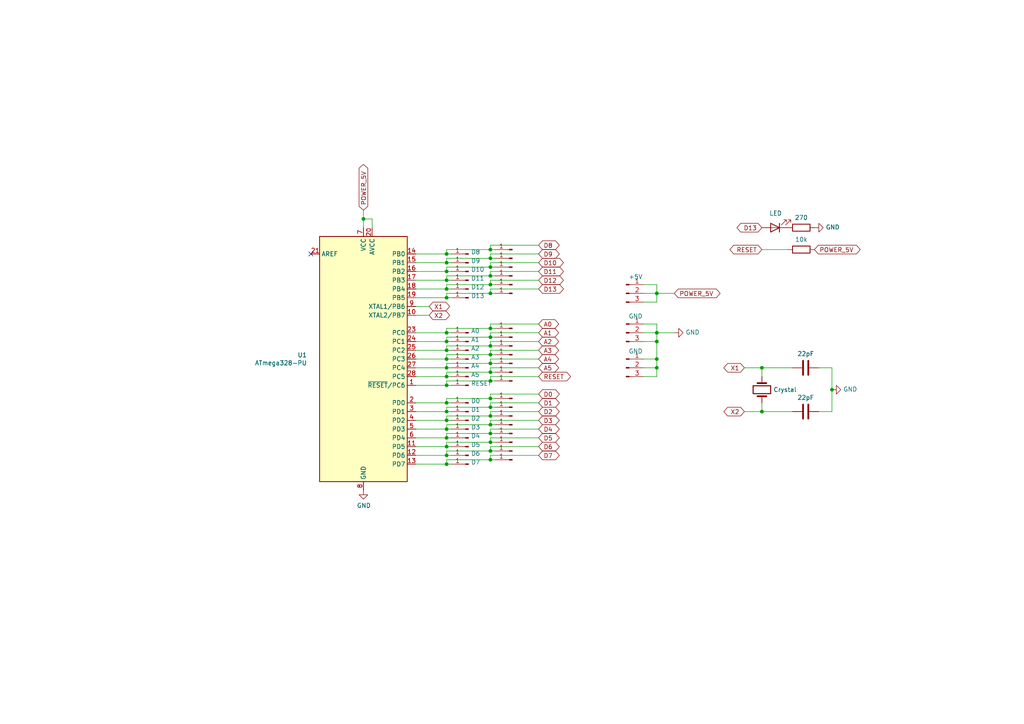
<source format=kicad_sch>
(kicad_sch (version 20230121) (generator eeschema)
  (paper "A4")
  (lib_symbols
    (symbol "Arduino_V1.0-rescue:ATmega328-PU-MCU_Microchip_ATmega"
      (property "Reference" "U" (at -12.7 36.83 0))
      (property "Value" "MCU_Microchip_ATmega_ATmega328-PU" (at 2.54 -36.83 0))
      (symbol "ATmega328-PU-MCU_Microchip_ATmega_0_1"
        (rectangle (start -12.7 -35.56) (end 12.7 35.56) (stroke (width 0.254)) (fill (type background)))
      )
      (symbol "ATmega328-PU-MCU_Microchip_ATmega_1_1"
        (pin bidirectional line (at 15.24 -7.62 180) (length 2.54) (name "~{RESET}/PC6") (number "1"))
        (pin bidirectional line (at 15.24 12.7 180) (length 2.54) (name "XTAL2/PB7") (number "10"))
        (pin bidirectional line (at 15.24 -25.4 180) (length 2.54) (name "PD5") (number "11"))
        (pin bidirectional line (at 15.24 -27.94 180) (length 2.54) (name "PD6") (number "12"))
        (pin bidirectional line (at 15.24 -30.48 180) (length 2.54) (name "PD7") (number "13"))
        (pin bidirectional line (at 15.24 30.48 180) (length 2.54) (name "PB0") (number "14"))
        (pin bidirectional line (at 15.24 27.94 180) (length 2.54) (name "PB1") (number "15"))
        (pin bidirectional line (at 15.24 25.4 180) (length 2.54) (name "PB2") (number "16"))
        (pin bidirectional line (at 15.24 22.86 180) (length 2.54) (name "PB3") (number "17"))
        (pin bidirectional line (at 15.24 20.32 180) (length 2.54) (name "PB4") (number "18"))
        (pin bidirectional line (at 15.24 17.78 180) (length 2.54) (name "PB5") (number "19"))
        (pin bidirectional line (at 15.24 -12.7 180) (length 2.54) (name "PD0") (number "2"))
        (pin power_in line (at 2.54 38.1 270) (length 2.54) (name "AVCC") (number "20"))
        (pin passive line (at -15.24 30.48 0) (length 2.54) (name "AREF") (number "21"))
        (pin passive line (at 0 -38.1 90) (length 2.54) hide (name "GND") (number "22"))
        (pin bidirectional line (at 15.24 7.62 180) (length 2.54) (name "PC0") (number "23"))
        (pin bidirectional line (at 15.24 5.08 180) (length 2.54) (name "PC1") (number "24"))
        (pin bidirectional line (at 15.24 2.54 180) (length 2.54) (name "PC2") (number "25"))
        (pin bidirectional line (at 15.24 0 180) (length 2.54) (name "PC3") (number "26"))
        (pin bidirectional line (at 15.24 -2.54 180) (length 2.54) (name "PC4") (number "27"))
        (pin bidirectional line (at 15.24 -5.08 180) (length 2.54) (name "PC5") (number "28"))
        (pin bidirectional line (at 15.24 -15.24 180) (length 2.54) (name "PD1") (number "3"))
        (pin bidirectional line (at 15.24 -17.78 180) (length 2.54) (name "PD2") (number "4"))
        (pin bidirectional line (at 15.24 -20.32 180) (length 2.54) (name "PD3") (number "5"))
        (pin bidirectional line (at 15.24 -22.86 180) (length 2.54) (name "PD4") (number "6"))
        (pin power_in line (at 0 38.1 270) (length 2.54) (name "VCC") (number "7"))
        (pin power_in line (at 0 -38.1 90) (length 2.54) (name "GND") (number "8"))
        (pin bidirectional line (at 15.24 15.24 180) (length 2.54) (name "XTAL1/PB6") (number "9"))
      )
    )
    (symbol "Arduino_V1.0-rescue:Conn_01x01_Male-Connector" (pin_names (offset 1.016) hide)
      (property "Reference" "J" (at 0 2.54 0))
      (property "Value" "Connector_Conn_01x01_Male" (at 0 -2.54 0))
      (symbol "Conn_01x01_Male-Connector_1_1"
        (polyline (pts (xy 1.27 0) (xy 0.8636 0)) (stroke (width 0.1524)))
        (rectangle (start 0.8636 0.127) (end 0 -0.127) (stroke (width 0.1524)) (fill (type outline)))
        (pin passive line (at 5.08 0 180) (length 3.81) (name "Pin_1") (number "1"))
      )
    )
    (symbol "Arduino_V1.0-rescue:Conn_01x03_Male-Connector" (pin_names (offset 1.016) hide)
      (property "Reference" "J" (at 0 5.08 0))
      (property "Value" "Connector_Conn_01x03_Male" (at 0 -5.08 0))
      (symbol "Conn_01x03_Male-Connector_1_1"
        (polyline (pts (xy 1.27 -2.54) (xy 0.8636 -2.54)) (stroke (width 0.1524)))
        (polyline (pts (xy 1.27 0) (xy 0.8636 0)) (stroke (width 0.1524)))
        (polyline (pts (xy 1.27 2.54) (xy 0.8636 2.54)) (stroke (width 0.1524)))
        (rectangle (start 0.8636 -2.413) (end 0 -2.667) (stroke (width 0.1524)) (fill (type outline)))
        (rectangle (start 0.8636 0.127) (end 0 -0.127) (stroke (width 0.1524)) (fill (type outline)))
        (rectangle (start 0.8636 2.667) (end 0 2.413) (stroke (width 0.1524)) (fill (type outline)))
        (pin passive line (at 5.08 2.54 180) (length 3.81) (name "Pin_1") (number "1"))
        (pin passive line (at 5.08 0 180) (length 3.81) (name "Pin_2") (number "2"))
        (pin passive line (at 5.08 -2.54 180) (length 3.81) (name "Pin_3") (number "3"))
      )
    )
    (symbol "Device:C" (pin_numbers hide) (pin_names (offset 0.254))
      (property "Reference" "C" (at 0.635 2.54 0))
      (property "Value" "C" (at 0.635 -2.54 0))
      (symbol "C_0_1"
        (polyline (pts (xy -2.032 -0.762) (xy 2.032 -0.762)) (stroke (width 0.508)))
        (polyline (pts (xy -2.032 0.762) (xy 2.032 0.762)) (stroke (width 0.508)))
      )
      (symbol "C_1_1"
        (pin passive line (at 0 3.81 270) (length 2.794) (name "~") (number "1"))
        (pin passive line (at 0 -3.81 90) (length 2.794) (name "~") (number "2"))
      )
    )
    (symbol "Device:Crystal" (pin_numbers hide) (pin_names (offset 1.016) hide)
      (property "Reference" "Y" (at 0 3.81 0))
      (property "Value" "Crystal" (at 0 -3.81 0))
      (symbol "Crystal_0_1"
        (rectangle (start -1.143 2.54) (end 1.143 -2.54) (stroke (width 0.3048)))
        (polyline (pts (xy -2.54 0) (xy -1.905 0)))
        (polyline (pts (xy -1.905 -1.27) (xy -1.905 1.27)) (stroke (width 0.508)))
        (polyline (pts (xy 1.905 -1.27) (xy 1.905 1.27)) (stroke (width 0.508)))
        (polyline (pts (xy 2.54 0) (xy 1.905 0)))
      )
      (symbol "Crystal_1_1"
        (pin passive line (at -3.81 0 0) (length 1.27) (name "1") (number "1"))
        (pin passive line (at 3.81 0 180) (length 1.27) (name "2") (number "2"))
      )
    )
    (symbol "Device:LED" (pin_numbers hide) (pin_names (offset 1.016) hide)
      (property "Reference" "D" (at 0 2.54 0))
      (property "Value" "LED" (at 0 -2.54 0))
      (symbol "LED_0_1"
        (polyline (pts (xy -1.27 -1.27) (xy -1.27 1.27)) (stroke (width 0.254)))
        (polyline (pts (xy -1.27 0) (xy 1.27 0)))
        (polyline (pts (xy 1.27 -1.27) (xy 1.27 1.27) (xy -1.27 0) (xy 1.27 -1.27)) (stroke (width 0.254)))
        (polyline (pts (xy -3.048 -0.762) (xy -4.572 -2.286) (xy -3.81 -2.286) (xy -4.572 -2.286) (xy -4.572 -1.524)))
        (polyline (pts (xy -1.778 -0.762) (xy -3.302 -2.286) (xy -2.54 -2.286) (xy -3.302 -2.286) (xy -3.302 -1.524)))
      )
      (symbol "LED_1_1"
        (pin passive line (at -3.81 0 0) (length 2.54) (name "K") (number "1"))
        (pin passive line (at 3.81 0 180) (length 2.54) (name "A") (number "2"))
      )
    )
    (symbol "Device:R" (pin_numbers hide) (pin_names (offset 0))
      (property "Reference" "R" (at 2.032 0 90))
      (property "Value" "R" (at 0 0 90))
      (symbol "R_0_1"
        (rectangle (start -1.016 -2.54) (end 1.016 2.54) (stroke (width 0.254)))
      )
      (symbol "R_1_1"
        (pin passive line (at 0 3.81 270) (length 1.27) (name "~") (number "1"))
        (pin passive line (at 0 -3.81 90) (length 1.27) (name "~") (number "2"))
      )
    )
    (symbol "power:GND" (power) (pin_names (offset 0))
      (property "Value" "GND" (at 0 -3.81 0))
      (symbol "GND_0_1"
        (polyline (pts (xy 0 0) (xy 0 -1.27) (xy 1.27 -1.27) (xy 0 -2.54) (xy -1.27 -1.27) (xy 0 -1.27)))
      )
      (symbol "GND_1_1"
        (pin power_in line (at 0 0 270) (length 0) hide (name "GND") (number "1"))
      )
    )
  )
  (junction (at 142.24 118.11))
  (junction (at 129.54 101.6))
  (junction (at 241.3 113.03))
  (junction (at 129.54 116.84))
  (junction (at 142.24 115.57))
  (junction (at 129.54 121.92))
  (junction (at 142.24 105.41))
  (junction (at 190.5 85.09))
  (junction (at 220.98 106.68))
  (junction (at 142.24 97.79))
  (junction (at 129.54 127))
  (junction (at 129.54 73.66))
  (junction (at 142.24 80.01))
  (junction (at 142.24 133.35))
  (junction (at 129.54 119.38))
  (junction (at 142.24 95.25))
  (junction (at 129.54 81.28))
  (junction (at 129.54 76.2))
  (junction (at 129.54 132.08))
  (junction (at 190.5 104.14))
  (junction (at 142.24 125.73))
  (junction (at 142.24 74.93))
  (junction (at 105.41 63.5))
  (junction (at 129.54 104.14))
  (junction (at 142.24 100.33))
  (junction (at 129.54 111.76))
  (junction (at 129.54 86.36))
  (junction (at 142.24 77.47))
  (junction (at 142.24 85.09))
  (junction (at 142.24 72.39))
  (junction (at 129.54 109.22))
  (junction (at 129.54 106.68))
  (junction (at 142.24 107.95))
  (junction (at 142.24 82.55))
  (junction (at 129.54 124.46))
  (junction (at 129.54 134.62))
  (junction (at 190.5 106.68))
  (junction (at 190.5 96.52))
  (junction (at 129.54 78.74))
  (junction (at 190.5 99.06))
  (junction (at 142.24 128.27))
  (junction (at 142.24 102.87))
  (junction (at 142.24 130.81))
  (junction (at 129.54 83.82))
  (junction (at 142.24 123.19))
  (junction (at 142.24 110.49))
  (junction (at 220.98 119.38))
  (junction (at 129.54 129.54))
  (junction (at 142.24 120.65))
  (junction (at 129.54 96.52))
  (junction (at 129.54 99.06))
  (no_connect (at 90.17 73.66))
  (wire (pts (xy 129.54 106.68) (xy 129.54 105.41)))
  (wire (pts (xy 129.54 111.76) (xy 129.54 110.49)))
  (wire (pts (xy 107.95 63.5) (xy 107.95 66.04)))
  (wire (pts (xy 220.98 119.38) (xy 229.87 119.38)))
  (wire (pts (xy 156.21 81.28) (xy 142.24 81.28)))
  (wire (pts (xy 142.24 74.93) (xy 143.51 74.93)))
  (wire (pts (xy 129.54 121.92) (xy 120.65 121.92)))
  (wire (pts (xy 142.24 82.55) (xy 143.51 82.55)))
  (wire (pts (xy 130.81 81.28) (xy 129.54 81.28)))
  (wire (pts (xy 190.5 85.09) (xy 186.69 85.09)))
  (wire (pts (xy 142.24 71.12) (xy 142.24 72.39)))
  (wire (pts (xy 241.3 106.68) (xy 241.3 113.03)))
  (wire (pts (xy 142.24 76.2) (xy 142.24 77.47)))
  (wire (pts (xy 142.24 73.66) (xy 142.24 74.93)))
  (wire (pts (xy 129.54 73.66) (xy 129.54 72.39)))
  (wire (pts (xy 120.65 119.38) (xy 129.54 119.38)))
  (wire (pts (xy 129.54 110.49) (xy 142.24 110.49)))
  (wire (pts (xy 120.65 101.6) (xy 129.54 101.6)))
  (wire (pts (xy 129.54 133.35) (xy 142.24 133.35)))
  (wire (pts (xy 142.24 93.98) (xy 142.24 95.25)))
  (wire (pts (xy 241.3 119.38) (xy 237.49 119.38)))
  (wire (pts (xy 129.54 83.82) (xy 129.54 82.55)))
  (wire (pts (xy 129.54 116.84) (xy 120.65 116.84)))
  (wire (pts (xy 142.24 102.87) (xy 143.51 102.87)))
  (wire (pts (xy 129.54 104.14) (xy 129.54 102.87)))
  (wire (pts (xy 229.87 106.68) (xy 220.98 106.68)))
  (wire (pts (xy 156.21 114.3) (xy 142.24 114.3)))
  (wire (pts (xy 142.24 81.28) (xy 142.24 82.55)))
  (wire (pts (xy 129.54 128.27) (xy 129.54 129.54)))
  (wire (pts (xy 129.54 125.73) (xy 129.54 127)))
  (wire (pts (xy 186.69 87.63) (xy 190.5 87.63)))
  (wire (pts (xy 120.65 73.66) (xy 129.54 73.66)))
  (wire (pts (xy 129.54 80.01) (xy 142.24 80.01)))
  (wire (pts (xy 190.5 96.52) (xy 195.58 96.52)))
  (wire (pts (xy 129.54 107.95) (xy 142.24 107.95)))
  (wire (pts (xy 130.81 127) (xy 129.54 127)))
  (wire (pts (xy 156.21 101.6) (xy 142.24 101.6)))
  (wire (pts (xy 142.24 121.92) (xy 142.24 123.19)))
  (wire (pts (xy 142.24 124.46) (xy 142.24 125.73)))
  (wire (pts (xy 120.65 83.82) (xy 129.54 83.82)))
  (wire (pts (xy 129.54 83.82) (xy 130.81 83.82)))
  (wire (pts (xy 105.41 63.5) (xy 107.95 63.5)))
  (wire (pts (xy 129.54 95.25) (xy 142.24 95.25)))
  (wire (pts (xy 156.21 71.12) (xy 142.24 71.12)))
  (wire (pts (xy 142.24 97.79) (xy 143.51 97.79)))
  (wire (pts (xy 156.21 83.82) (xy 142.24 83.82)))
  (wire (pts (xy 129.54 102.87) (xy 142.24 102.87)))
  (wire (pts (xy 142.24 96.52) (xy 142.24 97.79)))
  (wire (pts (xy 129.54 120.65) (xy 142.24 120.65)))
  (wire (pts (xy 129.54 132.08) (xy 120.65 132.08)))
  (wire (pts (xy 129.54 86.36) (xy 120.65 86.36)))
  (wire (pts (xy 130.81 116.84) (xy 129.54 116.84)))
  (wire (pts (xy 142.24 99.06) (xy 142.24 100.33)))
  (wire (pts (xy 156.21 99.06) (xy 142.24 99.06)))
  (wire (pts (xy 142.24 77.47) (xy 143.51 77.47)))
  (wire (pts (xy 190.5 96.52) (xy 190.5 93.98)))
  (wire (pts (xy 190.5 106.68) (xy 186.69 106.68)))
  (wire (pts (xy 156.21 104.14) (xy 142.24 104.14)))
  (wire (pts (xy 190.5 82.55) (xy 186.69 82.55)))
  (wire (pts (xy 156.21 93.98) (xy 142.24 93.98)))
  (wire (pts (xy 228.6 72.39) (xy 220.98 72.39)))
  (wire (pts (xy 129.54 81.28) (xy 129.54 80.01)))
  (wire (pts (xy 142.24 123.19) (xy 143.51 123.19)))
  (wire (pts (xy 190.5 85.09) (xy 195.58 85.09)))
  (wire (pts (xy 129.54 72.39) (xy 142.24 72.39)))
  (wire (pts (xy 129.54 111.76) (xy 130.81 111.76)))
  (wire (pts (xy 220.98 116.84) (xy 220.98 119.38)))
  (wire (pts (xy 129.54 101.6) (xy 129.54 100.33)))
  (wire (pts (xy 120.65 134.62) (xy 129.54 134.62)))
  (wire (pts (xy 129.54 134.62) (xy 129.54 133.35)))
  (wire (pts (xy 142.24 100.33) (xy 143.51 100.33)))
  (wire (pts (xy 129.54 118.11) (xy 129.54 119.38)))
  (wire (pts (xy 130.81 76.2) (xy 129.54 76.2)))
  (wire (pts (xy 129.54 76.2) (xy 129.54 74.93)))
  (wire (pts (xy 142.24 83.82) (xy 142.24 85.09)))
  (wire (pts (xy 156.21 124.46) (xy 142.24 124.46)))
  (wire (pts (xy 129.54 100.33) (xy 142.24 100.33)))
  (wire (pts (xy 156.21 121.92) (xy 142.24 121.92)))
  (wire (pts (xy 129.54 123.19) (xy 129.54 124.46)))
  (wire (pts (xy 156.21 129.54) (xy 142.24 129.54)))
  (wire (pts (xy 129.54 129.54) (xy 130.81 129.54)))
  (wire (pts (xy 129.54 109.22) (xy 120.65 109.22)))
  (wire (pts (xy 129.54 96.52) (xy 129.54 95.25)))
  (wire (pts (xy 129.54 101.6) (xy 130.81 101.6)))
  (wire (pts (xy 142.24 106.68) (xy 142.24 107.95)))
  (wire (pts (xy 190.5 104.14) (xy 190.5 106.68)))
  (wire (pts (xy 129.54 123.19) (xy 142.24 123.19)))
  (wire (pts (xy 142.24 115.57) (xy 143.51 115.57)))
  (wire (pts (xy 129.54 73.66) (xy 130.81 73.66)))
  (wire (pts (xy 105.41 60.96) (xy 105.41 63.5)))
  (wire (pts (xy 129.54 74.93) (xy 142.24 74.93)))
  (wire (pts (xy 129.54 96.52) (xy 130.81 96.52)))
  (wire (pts (xy 129.54 128.27) (xy 142.24 128.27)))
  (wire (pts (xy 129.54 82.55) (xy 142.24 82.55)))
  (wire (pts (xy 129.54 77.47) (xy 142.24 77.47)))
  (wire (pts (xy 120.65 111.76) (xy 129.54 111.76)))
  (wire (pts (xy 237.49 106.68) (xy 241.3 106.68)))
  (wire (pts (xy 142.24 105.41) (xy 143.51 105.41)))
  (wire (pts (xy 220.98 106.68) (xy 220.98 109.22)))
  (wire (pts (xy 142.24 109.22) (xy 142.24 110.49)))
  (wire (pts (xy 142.24 107.95) (xy 143.51 107.95)))
  (wire (pts (xy 142.24 80.01) (xy 143.51 80.01)))
  (wire (pts (xy 190.5 87.63) (xy 190.5 85.09)))
  (wire (pts (xy 130.81 104.14) (xy 129.54 104.14)))
  (wire (pts (xy 129.54 86.36) (xy 129.54 85.09)))
  (wire (pts (xy 142.24 78.74) (xy 142.24 80.01)))
  (wire (pts (xy 130.81 121.92) (xy 129.54 121.92)))
  (wire (pts (xy 129.54 125.73) (xy 142.24 125.73)))
  (wire (pts (xy 190.5 85.09) (xy 190.5 82.55)))
  (wire (pts (xy 156.21 106.68) (xy 142.24 106.68)))
  (wire (pts (xy 241.3 113.03) (xy 241.3 119.38)))
  (wire (pts (xy 130.81 99.06) (xy 129.54 99.06)))
  (wire (pts (xy 129.54 127) (xy 120.65 127)))
  (wire (pts (xy 120.65 129.54) (xy 129.54 129.54)))
  (wire (pts (xy 156.21 127) (xy 142.24 127)))
  (wire (pts (xy 142.24 125.73) (xy 143.51 125.73)))
  (wire (pts (xy 156.21 119.38) (xy 142.24 119.38)))
  (wire (pts (xy 220.98 106.68) (xy 215.9 106.68)))
  (wire (pts (xy 142.24 133.35) (xy 142.24 132.08)))
  (wire (pts (xy 186.69 99.06) (xy 190.5 99.06)))
  (wire (pts (xy 120.65 124.46) (xy 129.54 124.46)))
  (wire (pts (xy 130.81 86.36) (xy 129.54 86.36)))
  (wire (pts (xy 142.24 101.6) (xy 142.24 102.87)))
  (wire (pts (xy 129.54 106.68) (xy 130.81 106.68)))
  (wire (pts (xy 190.5 99.06) (xy 190.5 96.52)))
  (wire (pts (xy 142.24 128.27) (xy 143.51 128.27)))
  (wire (pts (xy 142.24 127) (xy 142.24 128.27)))
  (wire (pts (xy 190.5 104.14) (xy 186.69 104.14)))
  (wire (pts (xy 129.54 81.28) (xy 120.65 81.28)))
  (wire (pts (xy 190.5 93.98) (xy 186.69 93.98)))
  (wire (pts (xy 190.5 99.06) (xy 190.5 104.14)))
  (wire (pts (xy 129.54 119.38) (xy 130.81 119.38)))
  (wire (pts (xy 142.24 85.09) (xy 143.51 85.09)))
  (wire (pts (xy 156.21 109.22) (xy 142.24 109.22)))
  (wire (pts (xy 129.54 130.81) (xy 142.24 130.81)))
  (wire (pts (xy 142.24 72.39) (xy 143.51 72.39)))
  (wire (pts (xy 220.98 119.38) (xy 215.9 119.38)))
  (wire (pts (xy 130.81 132.08) (xy 129.54 132.08)))
  (wire (pts (xy 142.24 120.65) (xy 143.51 120.65)))
  (wire (pts (xy 156.21 96.52) (xy 142.24 96.52)))
  (wire (pts (xy 129.54 130.81) (xy 129.54 132.08)))
  (wire (pts (xy 129.54 115.57) (xy 129.54 116.84)))
  (wire (pts (xy 190.5 109.22) (xy 186.69 109.22)))
  (wire (pts (xy 142.24 95.25) (xy 143.51 95.25)))
  (wire (pts (xy 129.54 104.14) (xy 120.65 104.14)))
  (wire (pts (xy 156.21 78.74) (xy 142.24 78.74)))
  (wire (pts (xy 129.54 97.79) (xy 142.24 97.79)))
  (wire (pts (xy 129.54 120.65) (xy 129.54 121.92)))
  (wire (pts (xy 120.65 96.52) (xy 129.54 96.52)))
  (wire (pts (xy 142.24 110.49) (xy 143.51 110.49)))
  (wire (pts (xy 120.65 78.74) (xy 129.54 78.74)))
  (wire (pts (xy 129.54 109.22) (xy 129.54 107.95)))
  (wire (pts (xy 129.54 76.2) (xy 120.65 76.2)))
  (wire (pts (xy 142.24 133.35) (xy 143.51 133.35)))
  (wire (pts (xy 120.65 106.68) (xy 129.54 106.68)))
  (wire (pts (xy 142.24 132.08) (xy 156.21 132.08)))
  (wire (pts (xy 190.5 96.52) (xy 186.69 96.52)))
  (wire (pts (xy 190.5 106.68) (xy 190.5 109.22)))
  (wire (pts (xy 129.54 85.09) (xy 142.24 85.09)))
  (wire (pts (xy 129.54 99.06) (xy 120.65 99.06)))
  (wire (pts (xy 129.54 99.06) (xy 129.54 97.79)))
  (wire (pts (xy 129.54 78.74) (xy 129.54 77.47)))
  (wire (pts (xy 142.24 130.81) (xy 143.51 130.81)))
  (wire (pts (xy 142.24 118.11) (xy 143.51 118.11)))
  (wire (pts (xy 156.21 73.66) (xy 142.24 73.66)))
  (wire (pts (xy 105.41 63.5) (xy 105.41 66.04)))
  (wire (pts (xy 142.24 119.38) (xy 142.24 120.65)))
  (wire (pts (xy 156.21 76.2) (xy 142.24 76.2)))
  (wire (pts (xy 142.24 129.54) (xy 142.24 130.81)))
  (wire (pts (xy 142.24 114.3) (xy 142.24 115.57)))
  (wire (pts (xy 129.54 118.11) (xy 142.24 118.11)))
  (wire (pts (xy 129.54 78.74) (xy 130.81 78.74)))
  (wire (pts (xy 129.54 105.41) (xy 142.24 105.41)))
  (wire (pts (xy 124.46 88.9) (xy 120.65 88.9)))
  (wire (pts (xy 142.24 104.14) (xy 142.24 105.41)))
  (wire (pts (xy 129.54 115.57) (xy 142.24 115.57)))
  (wire (pts (xy 142.24 116.84) (xy 142.24 118.11)))
  (wire (pts (xy 129.54 124.46) (xy 130.81 124.46)))
  (wire (pts (xy 156.21 116.84) (xy 142.24 116.84)))
  (wire (pts (xy 129.54 134.62) (xy 130.81 134.62)))
  (wire (pts (xy 120.65 91.44) (xy 124.46 91.44)))
  (wire (pts (xy 130.81 109.22) (xy 129.54 109.22)))
  (global_label "RESET" (shape bidirectional) (at 156.21 109.22 0) (property "Intersheetrefs" "${INTERSHEET_REFS}" (effects hide)))
  (global_label "D9" (shape bidirectional) (at 156.21 73.66 0) (property "Intersheetrefs" "${INTERSHEET_REFS}" (effects hide)))
  (global_label "POWER_5V" (shape bidirectional) (at 236.22 72.39 0) (property "Intersheetrefs" "${INTERSHEET_REFS}" (effects hide)))
  (global_label "D8" (shape bidirectional) (at 156.21 71.12 0) (property "Intersheetrefs" "${INTERSHEET_REFS}" (effects hide)))
  (global_label "D13" (shape bidirectional) (at 156.21 83.82 0) (property "Intersheetrefs" "${INTERSHEET_REFS}" (effects hide)))
  (global_label "D1" (shape bidirectional) (at 156.21 116.84 0) (property "Intersheetrefs" "${INTERSHEET_REFS}" (effects hide)))
  (global_label "POWER_5V" (shape bidirectional) (at 195.58 85.09 0) (property "Intersheetrefs" "${INTERSHEET_REFS}" (effects hide)))
  (global_label "X2" (shape bidirectional) (at 124.46 91.44 0) (property "Intersheetrefs" "${INTERSHEET_REFS}" (effects hide)))
  (global_label "D0" (shape bidirectional) (at 156.21 114.3 0) (property "Intersheetrefs" "${INTERSHEET_REFS}" (effects hide)))
  (global_label "X1" (shape bidirectional) (at 124.46 88.9 0) (property "Intersheetrefs" "${INTERSHEET_REFS}" (effects hide)))
  (global_label "D3" (shape bidirectional) (at 156.21 121.92 0) (property "Intersheetrefs" "${INTERSHEET_REFS}" (effects hide)))
  (global_label "D13" (shape bidirectional) (at 220.98 66.04 180) (property "Intersheetrefs" "${INTERSHEET_REFS}" (effects hide)))
  (global_label "A0" (shape bidirectional) (at 156.21 93.98 0) (property "Intersheetrefs" "${INTERSHEET_REFS}" (effects hide)))
  (global_label "D5" (shape bidirectional) (at 156.21 127 0) (property "Intersheetrefs" "${INTERSHEET_REFS}" (effects hide)))
  (global_label "A1" (shape bidirectional) (at 156.21 96.52 0) (property "Intersheetrefs" "${INTERSHEET_REFS}" (effects hide)))
  (global_label "D4" (shape bidirectional) (at 156.21 124.46 0) (property "Intersheetrefs" "${INTERSHEET_REFS}" (effects hide)))
  (global_label "D11" (shape bidirectional) (at 156.21 78.74 0) (property "Intersheetrefs" "${INTERSHEET_REFS}" (effects hide)))
  (global_label "A5" (shape bidirectional) (at 156.21 106.68 0) (property "Intersheetrefs" "${INTERSHEET_REFS}" (effects hide)))
  (global_label "X1" (shape bidirectional) (at 215.9 106.68 180) (property "Intersheetrefs" "${INTERSHEET_REFS}" (effects hide)))
  (global_label "RESET" (shape bidirectional) (at 220.98 72.39 180) (property "Intersheetrefs" "${INTERSHEET_REFS}" (effects hide)))
  (global_label "A3" (shape bidirectional) (at 156.21 101.6 0) (property "Intersheetrefs" "${INTERSHEET_REFS}" (effects hide)))
  (global_label "X2" (shape bidirectional) (at 215.9 119.38 180) (property "Intersheetrefs" "${INTERSHEET_REFS}" (effects hide)))
  (global_label "D7" (shape bidirectional) (at 156.21 132.08 0) (property "Intersheetrefs" "${INTERSHEET_REFS}" (effects hide)))
  (global_label "POWER_5V" (shape bidirectional) (at 105.41 60.96 90) (property "Intersheetrefs" "${INTERSHEET_REFS}" (effects hide)))
  (global_label "D12" (shape bidirectional) (at 156.21 81.28 0) (property "Intersheetrefs" "${INTERSHEET_REFS}" (effects hide)))
  (global_label "D10" (shape bidirectional) (at 156.21 76.2 0) (property "Intersheetrefs" "${INTERSHEET_REFS}" (effects hide)))
  (global_label "A2" (shape bidirectional) (at 156.21 99.06 0) (property "Intersheetrefs" "${INTERSHEET_REFS}" (effects hide)))
  (global_label "A4" (shape bidirectional) (at 156.21 104.14 0) (property "Intersheetrefs" "${INTERSHEET_REFS}" (effects hide)))
  (global_label "D2" (shape bidirectional) (at 156.21 119.38 0) (property "Intersheetrefs" "${INTERSHEET_REFS}" (effects hide)))
  (global_label "D6" (shape bidirectional) (at 156.21 129.54 0) (property "Intersheetrefs" "${INTERSHEET_REFS}" (effects hide)))
  (symbol (lib_id "Arduino_V1.0-rescue:ATmega328-PU-MCU_Microchip_ATmega") (at 105.41 104.14 0) (unit 1)
    (property "Reference" "U1" (at 89.0524 102.9716 0) (effects (justify right)))
    (property "Value" "ATmega328-PU" (at 89.0524 105.283 0) (effects (justify right)))
    (property "Footprint" "Package_DIP:DIP-28_W7.62mm" (effects hide))
    (property "Datasheet" "http://ww1.microchip.com/downloads/en/DeviceDoc/ATmega328_P%20AVR%20MCU%20with%20picoPower%20Technology%20Data%20Sheet%2040001984A.pdf" (effects hide))
  )
  (symbol (lib_id "power:GND") (at 105.41 142.24 0) (unit 1)
    (property "Reference" "#PWR0101" (effects hide))
    (property "Value" "GND" (at 105.537 146.6342 0))
  )
  (symbol (lib_id "Device:Crystal") (at 220.98 113.03 270) (unit 1)
    (property "Reference" "Y1" (effects hide))
    (property "Value" "Crystal" (at 224.3074 113.03 90) (effects (justify left)))
    (property "Footprint" "Crystal:Crystal_HC49-4H_Vertical" (effects hide))
  )
  (symbol (lib_id "Device:C") (at 233.68 119.38 270) (unit 1)
    (property "Reference" "C2" (effects hide))
    (property "Value" "22pF" (at 233.68 115.316 90))
    (property "Footprint" "Capacitor_THT:C_Disc_D3.0mm_W1.6mm_P2.50mm" (effects hide))
  )
  (symbol (lib_id "Device:C") (at 233.68 106.68 270) (unit 1)
    (property "Reference" "C1" (effects hide))
    (property "Value" "22pF" (at 233.68 102.616 90))
    (property "Footprint" "Capacitor_THT:C_Disc_D3.0mm_W1.6mm_P2.50mm" (effects hide))
  )
  (symbol (lib_id "Device:LED") (at 224.79 66.04 180) (unit 1)
    (property "Reference" "D1" (effects hide))
    (property "Value" "LED" (at 224.9678 61.8744 0))
    (property "Footprint" "LED_THT:LED_D5.0mm" (effects hide))
  )
  (symbol (lib_id "Device:R") (at 232.41 66.04 270) (unit 1)
    (property "Reference" "R1" (effects hide))
    (property "Value" "270" (at 232.41 63.119 90))
    (property "Footprint" "Resistor_THT:R_Axial_DIN0207_L6.3mm_D2.5mm_P10.16mm_Horizontal" (effects hide))
  )
  (symbol (lib_id "power:GND") (at 236.22 66.04 90) (unit 1)
    (property "Reference" "#PWR0102" (effects hide))
    (property "Value" "GND" (at 239.4712 65.913 90) (effects (justify right)))
  )
  (symbol (lib_id "Device:R") (at 232.41 72.39 90) (unit 1)
    (property "Reference" "R2" (effects hide))
    (property "Value" "10k" (at 232.41 69.469 90))
    (property "Footprint" "Resistor_THT:R_Axial_DIN0207_L6.3mm_D2.5mm_P10.16mm_Horizontal" (effects hide))
  )
  (symbol (lib_id "power:GND") (at 241.3 113.03 90) (unit 1)
    (property "Reference" "#PWR0104" (effects hide))
    (property "Value" "GND" (at 244.5512 112.903 90) (effects (justify right)))
  )
  (symbol (lib_id "Arduino_V1.0-rescue:Conn_01x03_Male-Connector") (at 181.61 85.09 0) (unit 1)
    (property "Reference" "J1" (effects hide))
    (property "Value" "+5V" (at 184.3532 80.2894 0))
    (property "Footprint" "Connector_PinHeader_2.54mm:PinHeader_1x03_P2.54mm_Vertical" (effects hide))
  )
  (symbol (lib_id "Arduino_V1.0-rescue:Conn_01x03_Male-Connector") (at 181.61 96.52 0) (unit 1)
    (property "Reference" "J2" (effects hide))
    (property "Value" "GND" (at 184.3532 91.7194 0))
    (property "Footprint" "Connector_PinHeader_2.54mm:PinHeader_1x03_P2.54mm_Vertical" (effects hide))
  )
  (symbol (lib_id "power:GND") (at 195.58 96.52 90) (unit 1)
    (property "Reference" "#PWR0105" (effects hide))
    (property "Value" "GND" (at 198.8312 96.393 90) (effects (justify right)))
  )
  (symbol (lib_id "Arduino_V1.0-rescue:Conn_01x01_Male-Connector") (at 135.89 73.66 180) (unit 1)
    (property "Reference" "J3" (effects hide))
    (property "Value" "D8" (at 136.6012 73.1012 0) (effects (justify right)))
    (property "Footprint" "Connector_PinHeader_2.54mm:PinHeader_1x03_P2.54mm_Vertical" (effects hide))
  )
  (symbol (lib_id "Arduino_V1.0-rescue:Conn_01x01_Male-Connector") (at 135.89 76.2 180) (unit 1)
    (property "Reference" "J4" (effects hide))
    (property "Value" "D9" (at 136.6012 75.6412 0) (effects (justify right)))
    (property "Footprint" "Connector_PinHeader_2.54mm:PinHeader_1x01_P2.54mm_Vertical" (effects hide))
  )
  (symbol (lib_id "Arduino_V1.0-rescue:Conn_01x01_Male-Connector") (at 135.89 78.74 180) (unit 1)
    (property "Reference" "J5" (effects hide))
    (property "Value" "D10" (at 136.6012 78.1812 0) (effects (justify right)))
    (property "Footprint" "Connector_PinHeader_2.54mm:PinHeader_1x01_P2.54mm_Vertical" (effects hide))
  )
  (symbol (lib_id "Arduino_V1.0-rescue:Conn_01x01_Male-Connector") (at 135.89 81.28 180) (unit 1)
    (property "Reference" "J6" (effects hide))
    (property "Value" "D11" (at 136.6012 80.7212 0) (effects (justify right)))
    (property "Footprint" "Connector_PinHeader_2.54mm:PinHeader_1x01_P2.54mm_Vertical" (effects hide))
  )
  (symbol (lib_id "Arduino_V1.0-rescue:Conn_01x01_Male-Connector") (at 135.89 83.82 180) (unit 1)
    (property "Reference" "J7" (effects hide))
    (property "Value" "D12" (at 136.6012 83.2612 0) (effects (justify right)))
    (property "Footprint" "Connector_PinHeader_2.54mm:PinHeader_1x01_P2.54mm_Vertical" (effects hide))
  )
  (symbol (lib_id "Arduino_V1.0-rescue:Conn_01x01_Male-Connector") (at 135.89 86.36 180) (unit 1)
    (property "Reference" "J8" (effects hide))
    (property "Value" "D13" (at 136.6012 85.8012 0) (effects (justify right)))
    (property "Footprint" "Connector_PinHeader_2.54mm:PinHeader_1x01_P2.54mm_Vertical" (effects hide))
  )
  (symbol (lib_id "Arduino_V1.0-rescue:Conn_01x01_Male-Connector") (at 148.59 72.39 180) (unit 1)
    (property "Reference" "J24" (effects hide))
    (property "Value" "D8" (effects hide))
    (property "Footprint" "Connector_PinHeader_2.54mm:PinHeader_1x01_P2.54mm_Vertical" (effects hide))
  )
  (symbol (lib_id "Arduino_V1.0-rescue:Conn_01x01_Male-Connector") (at 148.59 74.93 180) (unit 1)
    (property "Reference" "J25" (effects hide))
    (property "Value" "D8" (effects hide))
    (property "Footprint" "Connector_PinHeader_2.54mm:PinHeader_1x01_P2.54mm_Vertical" (effects hide))
  )
  (symbol (lib_id "Arduino_V1.0-rescue:Conn_01x01_Male-Connector") (at 148.59 77.47 180) (unit 1)
    (property "Reference" "J26" (effects hide))
    (property "Value" "D8" (effects hide))
    (property "Footprint" "Connector_PinHeader_2.54mm:PinHeader_1x01_P2.54mm_Vertical" (effects hide))
  )
  (symbol (lib_id "Arduino_V1.0-rescue:Conn_01x01_Male-Connector") (at 148.59 80.01 180) (unit 1)
    (property "Reference" "J27" (effects hide))
    (property "Value" "D8" (effects hide))
    (property "Footprint" "Connector_PinHeader_2.54mm:PinHeader_1x01_P2.54mm_Vertical" (effects hide))
  )
  (symbol (lib_id "Arduino_V1.0-rescue:Conn_01x01_Male-Connector") (at 148.59 82.55 180) (unit 1)
    (property "Reference" "J28" (effects hide))
    (property "Value" "D8" (effects hide))
    (property "Footprint" "Connector_PinHeader_2.54mm:PinHeader_1x01_P2.54mm_Vertical" (effects hide))
  )
  (symbol (lib_id "Arduino_V1.0-rescue:Conn_01x01_Male-Connector") (at 148.59 85.09 180) (unit 1)
    (property "Reference" "J29" (effects hide))
    (property "Value" "D8" (effects hide))
    (property "Footprint" "Connector_PinHeader_2.54mm:PinHeader_1x01_P2.54mm_Vertical" (effects hide))
  )
  (symbol (lib_id "Arduino_V1.0-rescue:Conn_01x01_Male-Connector") (at 135.89 96.52 180) (unit 1)
    (property "Reference" "J9" (effects hide))
    (property "Value" "A0" (at 136.6012 95.9612 0) (effects (justify right)))
    (property "Footprint" "Connector_PinHeader_2.54mm:PinHeader_1x01_P2.54mm_Vertical" (effects hide))
  )
  (symbol (lib_id "Arduino_V1.0-rescue:Conn_01x01_Male-Connector") (at 135.89 99.06 180) (unit 1)
    (property "Reference" "J10" (effects hide))
    (property "Value" "A1" (at 136.6012 98.5012 0) (effects (justify right)))
    (property "Footprint" "Connector_PinHeader_2.54mm:PinHeader_1x01_P2.54mm_Vertical" (effects hide))
  )
  (symbol (lib_id "Arduino_V1.0-rescue:Conn_01x01_Male-Connector") (at 135.89 101.6 180) (unit 1)
    (property "Reference" "J11" (effects hide))
    (property "Value" "A2" (at 136.6012 101.0412 0) (effects (justify right)))
    (property "Footprint" "Connector_PinHeader_2.54mm:PinHeader_1x01_P2.54mm_Vertical" (effects hide))
  )
  (symbol (lib_id "Arduino_V1.0-rescue:Conn_01x01_Male-Connector") (at 135.89 104.14 180) (unit 1)
    (property "Reference" "J12" (effects hide))
    (property "Value" "A3" (at 136.6012 103.5812 0) (effects (justify right)))
    (property "Footprint" "Connector_PinHeader_2.54mm:PinHeader_1x01_P2.54mm_Vertical" (effects hide))
  )
  (symbol (lib_id "Arduino_V1.0-rescue:Conn_01x01_Male-Connector") (at 135.89 106.68 180) (unit 1)
    (property "Reference" "J13" (effects hide))
    (property "Value" "A4" (at 136.6012 106.1212 0) (effects (justify right)))
    (property "Footprint" "Connector_PinHeader_2.54mm:PinHeader_1x01_P2.54mm_Vertical" (effects hide))
  )
  (symbol (lib_id "Arduino_V1.0-rescue:Conn_01x01_Male-Connector") (at 135.89 109.22 180) (unit 1)
    (property "Reference" "J14" (effects hide))
    (property "Value" "A5" (at 136.6012 108.6612 0) (effects (justify right)))
    (property "Footprint" "Connector_PinHeader_2.54mm:PinHeader_1x01_P2.54mm_Vertical" (effects hide))
  )
  (symbol (lib_id "Arduino_V1.0-rescue:Conn_01x01_Male-Connector") (at 148.59 95.25 180) (unit 1)
    (property "Reference" "J30" (effects hide))
    (property "Value" "D8" (effects hide))
    (property "Footprint" "Connector_PinHeader_2.54mm:PinHeader_1x01_P2.54mm_Vertical" (effects hide))
  )
  (symbol (lib_id "Arduino_V1.0-rescue:Conn_01x01_Male-Connector") (at 148.59 97.79 180) (unit 1)
    (property "Reference" "J31" (effects hide))
    (property "Value" "D8" (effects hide))
    (property "Footprint" "Connector_PinHeader_2.54mm:PinHeader_1x01_P2.54mm_Vertical" (effects hide))
  )
  (symbol (lib_id "Arduino_V1.0-rescue:Conn_01x01_Male-Connector") (at 148.59 100.33 180) (unit 1)
    (property "Reference" "J32" (effects hide))
    (property "Value" "D8" (effects hide))
    (property "Footprint" "Connector_PinHeader_2.54mm:PinHeader_1x01_P2.54mm_Vertical" (effects hide))
  )
  (symbol (lib_id "Arduino_V1.0-rescue:Conn_01x01_Male-Connector") (at 148.59 102.87 180) (unit 1)
    (property "Reference" "J33" (effects hide))
    (property "Value" "D8" (effects hide))
    (property "Footprint" "Connector_PinHeader_2.54mm:PinHeader_1x01_P2.54mm_Vertical" (effects hide))
  )
  (symbol (lib_id "Arduino_V1.0-rescue:Conn_01x01_Male-Connector") (at 148.59 105.41 180) (unit 1)
    (property "Reference" "J34" (effects hide))
    (property "Value" "D8" (effects hide))
    (property "Footprint" "Connector_PinHeader_2.54mm:PinHeader_1x01_P2.54mm_Vertical" (effects hide))
  )
  (symbol (lib_id "Arduino_V1.0-rescue:Conn_01x01_Male-Connector") (at 148.59 107.95 180) (unit 1)
    (property "Reference" "J35" (effects hide))
    (property "Value" "D8" (effects hide))
    (property "Footprint" "Connector_PinHeader_2.54mm:PinHeader_1x01_P2.54mm_Vertical" (effects hide))
  )
  (symbol (lib_id "Arduino_V1.0-rescue:Conn_01x01_Male-Connector") (at 148.59 110.49 180) (unit 1)
    (property "Reference" "J36" (effects hide))
    (property "Value" "D8" (effects hide))
    (property "Footprint" "Connector_PinHeader_2.54mm:PinHeader_1x01_P2.54mm_Vertical" (effects hide))
  )
  (symbol (lib_id "Arduino_V1.0-rescue:Conn_01x01_Male-Connector") (at 135.89 111.76 180) (unit 1)
    (property "Reference" "J15" (effects hide))
    (property "Value" "RESET" (at 136.6012 111.2012 0) (effects (justify right)))
    (property "Footprint" "Connector_PinHeader_2.54mm:PinHeader_1x01_P2.54mm_Vertical" (effects hide))
  )
  (symbol (lib_id "Arduino_V1.0-rescue:Conn_01x01_Male-Connector") (at 135.89 116.84 180) (unit 1)
    (property "Reference" "J16" (effects hide))
    (property "Value" "D0" (at 136.6012 116.2812 0) (effects (justify right)))
    (property "Footprint" "Connector_PinHeader_2.54mm:PinHeader_1x01_P2.54mm_Vertical" (effects hide))
  )
  (symbol (lib_id "Arduino_V1.0-rescue:Conn_01x01_Male-Connector") (at 135.89 119.38 180) (unit 1)
    (property "Reference" "J17" (effects hide))
    (property "Value" "D1" (at 136.6012 118.8212 0) (effects (justify right)))
    (property "Footprint" "Connector_PinHeader_2.54mm:PinHeader_1x01_P2.54mm_Vertical" (effects hide))
  )
  (symbol (lib_id "Arduino_V1.0-rescue:Conn_01x01_Male-Connector") (at 135.89 121.92 180) (unit 1)
    (property "Reference" "J18" (effects hide))
    (property "Value" "D2" (at 136.6012 121.3612 0) (effects (justify right)))
    (property "Footprint" "Connector_PinHeader_2.54mm:PinHeader_1x01_P2.54mm_Vertical" (effects hide))
  )
  (symbol (lib_id "Arduino_V1.0-rescue:Conn_01x01_Male-Connector") (at 135.89 124.46 180) (unit 1)
    (property "Reference" "J19" (effects hide))
    (property "Value" "D3" (at 136.6012 123.9012 0) (effects (justify right)))
    (property "Footprint" "Connector_PinHeader_2.54mm:PinHeader_1x01_P2.54mm_Vertical" (effects hide))
  )
  (symbol (lib_id "Arduino_V1.0-rescue:Conn_01x01_Male-Connector") (at 135.89 127 180) (unit 1)
    (property "Reference" "J20" (effects hide))
    (property "Value" "D4" (at 136.6012 126.4412 0) (effects (justify right)))
    (property "Footprint" "Connector_PinHeader_2.54mm:PinHeader_1x01_P2.54mm_Vertical" (effects hide))
  )
  (symbol (lib_id "Arduino_V1.0-rescue:Conn_01x01_Male-Connector") (at 135.89 129.54 180) (unit 1)
    (property "Reference" "J21" (effects hide))
    (property "Value" "D5" (at 136.6012 128.9812 0) (effects (justify right)))
    (property "Footprint" "Connector_PinHeader_2.54mm:PinHeader_1x01_P2.54mm_Vertical" (effects hide))
  )
  (symbol (lib_id "Arduino_V1.0-rescue:Conn_01x01_Male-Connector") (at 148.59 115.57 180) (unit 1)
    (property "Reference" "J37" (effects hide))
    (property "Value" "D8" (effects hide))
    (property "Footprint" "Connector_PinHeader_2.54mm:PinHeader_1x01_P2.54mm_Vertical" (effects hide))
  )
  (symbol (lib_id "Arduino_V1.0-rescue:Conn_01x01_Male-Connector") (at 148.59 118.11 180) (unit 1)
    (property "Reference" "J38" (effects hide))
    (property "Value" "D8" (effects hide))
    (property "Footprint" "Connector_PinHeader_2.54mm:PinHeader_1x01_P2.54mm_Vertical" (effects hide))
  )
  (symbol (lib_id "Arduino_V1.0-rescue:Conn_01x01_Male-Connector") (at 148.59 120.65 180) (unit 1)
    (property "Reference" "J39" (effects hide))
    (property "Value" "D8" (effects hide))
    (property "Footprint" "Connector_PinHeader_2.54mm:PinHeader_1x01_P2.54mm_Vertical" (effects hide))
  )
  (symbol (lib_id "Arduino_V1.0-rescue:Conn_01x01_Male-Connector") (at 148.59 123.19 180) (unit 1)
    (property "Reference" "J40" (effects hide))
    (property "Value" "D8" (effects hide))
    (property "Footprint" "Connector_PinHeader_2.54mm:PinHeader_1x01_P2.54mm_Vertical" (effects hide))
  )
  (symbol (lib_id "Arduino_V1.0-rescue:Conn_01x01_Male-Connector") (at 148.59 125.73 180) (unit 1)
    (property "Reference" "J41" (effects hide))
    (property "Value" "D8" (effects hide))
    (property "Footprint" "Connector_PinHeader_2.54mm:PinHeader_1x01_P2.54mm_Vertical" (effects hide))
  )
  (symbol (lib_id "Arduino_V1.0-rescue:Conn_01x01_Male-Connector") (at 148.59 128.27 180) (unit 1)
    (property "Reference" "J42" (effects hide))
    (property "Value" "D8" (effects hide))
    (property "Footprint" "Connector_PinHeader_2.54mm:PinHeader_1x01_P2.54mm_Vertical" (effects hide))
  )
  (symbol (lib_id "Arduino_V1.0-rescue:Conn_01x01_Male-Connector") (at 148.59 130.81 180) (unit 1)
    (property "Reference" "J43" (effects hide))
    (property "Value" "D8" (effects hide))
    (property "Footprint" "Connector_PinHeader_2.54mm:PinHeader_1x01_P2.54mm_Vertical" (effects hide))
  )
  (symbol (lib_id "Arduino_V1.0-rescue:Conn_01x01_Male-Connector") (at 135.89 132.08 180) (unit 1)
    (property "Reference" "J22" (effects hide))
    (property "Value" "D6" (at 136.6012 131.5212 0) (effects (justify right)))
    (property "Footprint" "Connector_PinHeader_2.54mm:PinHeader_1x01_P2.54mm_Vertical" (effects hide))
  )
  (symbol (lib_id "Arduino_V1.0-rescue:Conn_01x01_Male-Connector") (at 135.89 134.62 180) (unit 1)
    (property "Reference" "J23" (effects hide))
    (property "Value" "D7" (at 136.6012 134.0612 0) (effects (justify right)))
    (property "Footprint" "Connector_PinHeader_2.54mm:PinHeader_1x01_P2.54mm_Vertical" (effects hide))
  )
  (symbol (lib_id "Arduino_V1.0-rescue:Conn_01x01_Male-Connector") (at 148.59 133.35 180) (unit 1)
    (property "Reference" "J44" (effects hide))
    (property "Value" "D8" (effects hide))
    (property "Footprint" "Connector_PinHeader_2.54mm:PinHeader_1x01_P2.54mm_Vertical" (effects hide))
  )
  (symbol (lib_id "Arduino_V1.0-rescue:Conn_01x03_Male-Connector") (at 181.61 106.68 0) (unit 1)
    (property "Reference" "J45" (effects hide))
    (property "Value" "GND" (at 184.3532 101.8794 0))
    (property "Footprint" "Connector_PinHeader_2.54mm:PinHeader_1x03_P2.54mm_Vertical" (effects hide))
  )
)
</source>
